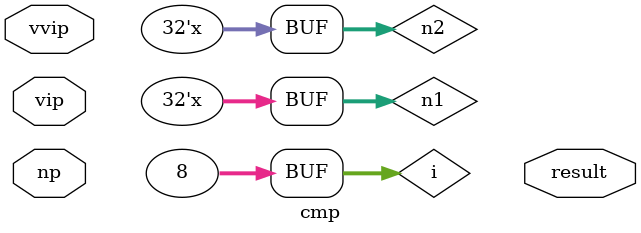
<source format=v>
`timescale 1ns / 1ps
module cmp(
    input [31:0] np,
    input [7:0] vip,
    input vvip,
    output result
    );
integer  ans;
integer  n1;
integer  n2;
integer  n3;
integer i;
always@(*)begin
for(i=0;i<32;i++)begin
  if(np[i]) begin
  n1++;
  end
end
for(i=0;i<8;i++)begin
  if(vip[i]) n2=n2+1;
end
n3=vvip&1;
end
endmodule

</source>
